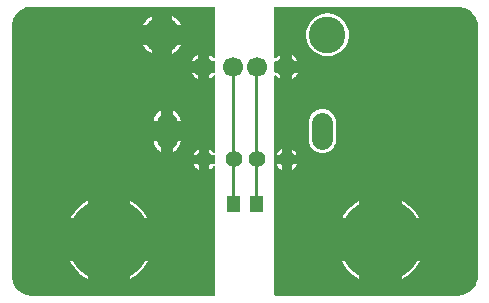
<source format=gbl>
G04 Layer: BottomLayer*
G04 EasyEDA v6.5.1, 2022-06-13 06:58:02*
G04 a67cddfb3fce44daa9051d46cbbcc19f,10*
G04 Gerber Generator version 0.2*
G04 Scale: 100 percent, Rotated: No, Reflected: No *
G04 Dimensions in millimeters *
G04 leading zeros omitted , absolute positions ,4 integer and 5 decimal *
%FSLAX45Y45*%
%MOMM*%

%ADD10C,0.2540*%
%ADD11C,0.6200*%
%ADD12C,1.4000*%
%ADD13C,3.1000*%
%ADD14C,1.7000*%
%ADD15C,7.0000*%
%ADD16C,1.8000*%

%LPD*%
G36*
X2260142Y25908D02*
G01*
X2256282Y26670D01*
X2252980Y28905D01*
X2250795Y32156D01*
X2249982Y36068D01*
X2249982Y1133195D01*
X2250998Y1137564D01*
X2253792Y1141069D01*
X2252980Y1141628D01*
X2250795Y1144930D01*
X2249982Y1148791D01*
X2249982Y1211173D01*
X2250795Y1215085D01*
X2252980Y1218387D01*
X2253742Y1218895D01*
X2250998Y1222451D01*
X2249982Y1226820D01*
X2249982Y1883359D01*
X2250744Y1887220D01*
X2252929Y1890522D01*
X2256231Y1892706D01*
X2260092Y1893519D01*
X2263952Y1892807D01*
X2267254Y1890674D01*
X2278075Y1880107D01*
X2289454Y1871624D01*
X2301087Y1865071D01*
X2301087Y1915718D01*
X2260142Y1915718D01*
X2256282Y1916480D01*
X2252980Y1918665D01*
X2250795Y1921967D01*
X2249982Y1925878D01*
X2249982Y2003247D01*
X2250795Y2007107D01*
X2252980Y2010410D01*
X2256282Y2012645D01*
X2260142Y2013407D01*
X2301087Y2013407D01*
X2301087Y2063851D01*
X2295550Y2061159D01*
X2283612Y2053437D01*
X2272792Y2044192D01*
X2267661Y2038553D01*
X2264410Y2036165D01*
X2260498Y2035251D01*
X2256485Y2035911D01*
X2253081Y2038096D01*
X2250795Y2041448D01*
X2249982Y2045411D01*
X2249982Y2463952D01*
X2250795Y2467813D01*
X2252980Y2471115D01*
X2256282Y2473299D01*
X2260142Y2474112D01*
X3799128Y2474112D01*
X3817569Y2473147D01*
X3834434Y2470607D01*
X3850995Y2466390D01*
X3867048Y2460599D01*
X3882491Y2453233D01*
X3897122Y2444445D01*
X3910787Y2434234D01*
X3923436Y2422702D01*
X3934866Y2410002D01*
X3944975Y2396286D01*
X3953713Y2381605D01*
X3960977Y2366162D01*
X3966667Y2350058D01*
X3970782Y2333447D01*
X3973271Y2316581D01*
X3974084Y2299157D01*
X3974084Y200863D01*
X3973169Y182422D01*
X3970578Y165557D01*
X3966413Y148996D01*
X3960622Y132943D01*
X3953256Y117500D01*
X3944416Y102870D01*
X3934206Y89204D01*
X3922725Y76606D01*
X3910025Y65125D01*
X3896258Y55016D01*
X3881577Y46278D01*
X3866134Y39014D01*
X3850030Y33324D01*
X3833469Y29209D01*
X3816553Y26771D01*
X3799840Y25908D01*
G37*

%LPC*%
G36*
X2649829Y1234338D02*
G01*
X2664358Y1234338D01*
X2678836Y1236167D01*
X2692908Y1239774D01*
X2706420Y1245158D01*
X2719171Y1252169D01*
X2730957Y1260703D01*
X2741574Y1270660D01*
X2750870Y1281887D01*
X2758643Y1294180D01*
X2764840Y1307338D01*
X2769362Y1321206D01*
X2772054Y1335481D01*
X2773019Y1350314D01*
X2773019Y1489659D01*
X2772054Y1504543D01*
X2769362Y1518818D01*
X2764840Y1532686D01*
X2758643Y1545844D01*
X2750870Y1558137D01*
X2741574Y1569313D01*
X2730957Y1579270D01*
X2719171Y1587855D01*
X2706420Y1594866D01*
X2692908Y1600200D01*
X2678836Y1603857D01*
X2664358Y1605686D01*
X2649829Y1605686D01*
X2635402Y1603857D01*
X2621280Y1600200D01*
X2607767Y1594866D01*
X2595016Y1587855D01*
X2583230Y1579270D01*
X2572613Y1569313D01*
X2563368Y1558137D01*
X2555544Y1545844D01*
X2549347Y1532686D01*
X2544876Y1518818D01*
X2542133Y1504543D01*
X2541168Y1489659D01*
X2541168Y1350314D01*
X2542133Y1335481D01*
X2544876Y1321206D01*
X2549347Y1307338D01*
X2555544Y1294180D01*
X2563368Y1281887D01*
X2572613Y1270660D01*
X2583230Y1260703D01*
X2595016Y1252169D01*
X2607767Y1245158D01*
X2621280Y1239774D01*
X2635402Y1236167D01*
G37*
G36*
X2396439Y1221333D02*
G01*
X2441397Y1221333D01*
X2437028Y1229817D01*
X2429459Y1240536D01*
X2420518Y1250086D01*
X2410409Y1258316D01*
X2399182Y1265123D01*
X2396439Y1266342D01*
G37*
G36*
X2313736Y1093673D02*
G01*
X2313736Y1138631D01*
X2268524Y1138631D01*
X2269185Y1137869D01*
X2273147Y1130198D01*
X2280716Y1119479D01*
X2289657Y1109929D01*
X2299817Y1101648D01*
X2310993Y1094841D01*
G37*
G36*
X2396439Y1093673D02*
G01*
X2399182Y1094841D01*
X2410409Y1101648D01*
X2420518Y1109929D01*
X2429459Y1119479D01*
X2437028Y1130198D01*
X2441397Y1138631D01*
X2396439Y1138631D01*
G37*
G36*
X2398776Y1865071D02*
G01*
X2410460Y1871624D01*
X2421839Y1880107D01*
X2432050Y1890014D01*
X2440889Y1901139D01*
X2448255Y1913280D01*
X2449322Y1915718D01*
X2398776Y1915718D01*
G37*
G36*
X2268524Y1221333D02*
G01*
X2313736Y1221333D01*
X2313736Y1266342D01*
X2310993Y1265123D01*
X2299817Y1258316D01*
X2289657Y1250086D01*
X2280716Y1240536D01*
X2273147Y1229817D01*
X2269185Y1222146D01*
G37*
G36*
X3331362Y681329D02*
G01*
X3479241Y681329D01*
X3464915Y705307D01*
X3449269Y727456D01*
X3432048Y748487D01*
X3413404Y768197D01*
X3393338Y786485D01*
X3372053Y803300D01*
X3349599Y818540D01*
X3331362Y829056D01*
G37*
G36*
X2398776Y2013407D02*
G01*
X2449271Y2013407D01*
X2444750Y2022043D01*
X2436622Y2033676D01*
X2427071Y2044192D01*
X2416251Y2053437D01*
X2404364Y2061159D01*
X2398776Y2063851D01*
G37*
G36*
X2699918Y2054656D02*
G01*
X2718562Y2055622D01*
X2736951Y2058466D01*
X2754934Y2063242D01*
X2772359Y2069795D01*
X2789021Y2078126D01*
X2804769Y2088134D01*
X2819349Y2099665D01*
X2832709Y2112670D01*
X2844647Y2126996D01*
X2855010Y2142439D01*
X2863799Y2158847D01*
X2870809Y2176119D01*
X2875991Y2194001D01*
X2879344Y2212340D01*
X2880766Y2230882D01*
X2880309Y2249525D01*
X2877921Y2267966D01*
X2873603Y2286101D01*
X2867507Y2303678D01*
X2859633Y2320544D01*
X2850032Y2336546D01*
X2838856Y2351430D01*
X2826207Y2365095D01*
X2812186Y2377389D01*
X2797048Y2388209D01*
X2780842Y2397353D01*
X2763774Y2404821D01*
X2745994Y2410460D01*
X2727756Y2414270D01*
X2709265Y2416200D01*
X2690622Y2416200D01*
X2672080Y2414270D01*
X2653893Y2410460D01*
X2636113Y2404821D01*
X2619044Y2397353D01*
X2602839Y2388209D01*
X2587701Y2377389D01*
X2573680Y2365095D01*
X2561031Y2351430D01*
X2549855Y2336546D01*
X2540254Y2320544D01*
X2532380Y2303678D01*
X2526233Y2286101D01*
X2521966Y2267966D01*
X2519578Y2249525D01*
X2519121Y2230882D01*
X2520543Y2212340D01*
X2523896Y2194001D01*
X2529078Y2176119D01*
X2536088Y2158847D01*
X2544876Y2142439D01*
X2555240Y2126996D01*
X2567178Y2112670D01*
X2580538Y2099665D01*
X2595118Y2088134D01*
X2610866Y2078126D01*
X2627477Y2069795D01*
X2644952Y2063242D01*
X2662936Y2058466D01*
X2681325Y2055622D01*
G37*
G36*
X2821025Y681329D02*
G01*
X2968650Y681329D01*
X2968650Y829005D01*
X2962046Y825550D01*
X2939034Y811123D01*
X2917139Y795070D01*
X2896463Y777494D01*
X2877108Y758494D01*
X2859176Y738124D01*
X2842717Y716534D01*
X2827934Y693775D01*
G37*
G36*
X3331362Y170942D02*
G01*
X3349599Y181457D01*
X3372053Y196697D01*
X3393338Y213512D01*
X3413404Y231800D01*
X3432048Y251510D01*
X3449269Y272491D01*
X3464915Y294690D01*
X3479241Y318617D01*
X3331362Y318617D01*
G37*
G36*
X2968650Y170942D02*
G01*
X2968650Y318617D01*
X2821025Y318617D01*
X2827934Y306171D01*
X2842717Y283464D01*
X2859176Y261823D01*
X2877108Y241503D01*
X2896463Y222453D01*
X2917139Y204876D01*
X2939034Y188874D01*
X2962046Y174447D01*
G37*

%LPD*%
G36*
X200863Y25908D02*
G01*
X182422Y26873D01*
X165557Y29413D01*
X148996Y33578D01*
X132943Y39420D01*
X117500Y46736D01*
X102870Y55575D01*
X89204Y65786D01*
X76606Y77266D01*
X65125Y89966D01*
X55016Y103733D01*
X46278Y118414D01*
X39014Y133858D01*
X33324Y149961D01*
X29209Y166522D01*
X26771Y183438D01*
X25908Y200863D01*
X25908Y2299157D01*
X26873Y2317546D01*
X29413Y2334463D01*
X33578Y2350973D01*
X39420Y2367076D01*
X46736Y2382469D01*
X55575Y2397099D01*
X65786Y2410815D01*
X77266Y2423414D01*
X89966Y2434844D01*
X103733Y2445004D01*
X118414Y2453741D01*
X133858Y2461006D01*
X149961Y2466695D01*
X166522Y2470810D01*
X183438Y2473248D01*
X200863Y2474112D01*
X1739849Y2474112D01*
X1743710Y2473299D01*
X1747012Y2471115D01*
X1749247Y2467813D01*
X1750009Y2463952D01*
X1750009Y2045309D01*
X1749196Y2041347D01*
X1746910Y2037994D01*
X1743506Y2035810D01*
X1739493Y2035149D01*
X1735582Y2036064D01*
X1732330Y2038451D01*
X1727098Y2044192D01*
X1716278Y2053437D01*
X1704339Y2061159D01*
X1698802Y2063851D01*
X1698802Y2013407D01*
X1739849Y2013407D01*
X1743710Y2012645D01*
X1747012Y2010410D01*
X1749247Y2007107D01*
X1750009Y2003247D01*
X1750009Y1925878D01*
X1749247Y1921967D01*
X1747012Y1918665D01*
X1743710Y1916480D01*
X1739849Y1915718D01*
X1698802Y1915718D01*
X1698802Y1865071D01*
X1710436Y1871624D01*
X1721815Y1880107D01*
X1732737Y1890775D01*
X1736039Y1892909D01*
X1739900Y1893671D01*
X1743811Y1892858D01*
X1747062Y1890623D01*
X1749247Y1887372D01*
X1750009Y1883511D01*
X1750009Y1243787D01*
X1749094Y1239621D01*
X1746605Y1236167D01*
X1742897Y1234084D01*
X1738680Y1233678D01*
X1734667Y1235049D01*
X1731518Y1237894D01*
X1729689Y1240536D01*
X1720748Y1250086D01*
X1710639Y1258316D01*
X1699412Y1265123D01*
X1696669Y1266342D01*
X1696669Y1221333D01*
X1739849Y1221333D01*
X1743710Y1220571D01*
X1747012Y1218387D01*
X1749247Y1215085D01*
X1750009Y1211173D01*
X1750009Y1148791D01*
X1749247Y1144930D01*
X1747012Y1141628D01*
X1743710Y1139444D01*
X1739849Y1138631D01*
X1696669Y1138631D01*
X1696669Y1093673D01*
X1699412Y1094841D01*
X1710639Y1101648D01*
X1720748Y1109929D01*
X1729689Y1119479D01*
X1731518Y1122070D01*
X1734667Y1124966D01*
X1738680Y1126337D01*
X1742897Y1125931D01*
X1746605Y1123797D01*
X1749094Y1120394D01*
X1750009Y1116228D01*
X1750009Y36068D01*
X1749247Y32156D01*
X1747012Y28905D01*
X1743710Y26670D01*
X1739849Y25908D01*
G37*

%LPC*%
G36*
X1383792Y2319375D02*
G01*
X1460195Y2319375D01*
X1450035Y2336546D01*
X1438859Y2351430D01*
X1426210Y2365095D01*
X1412240Y2377389D01*
X1397050Y2388209D01*
X1383792Y2395677D01*
G37*
G36*
X668680Y170942D02*
G01*
X668680Y318617D01*
X521004Y318617D01*
X527913Y306171D01*
X542747Y283464D01*
X559155Y261823D01*
X577088Y241503D01*
X596442Y222453D01*
X617169Y204876D01*
X639064Y188874D01*
X662076Y174447D01*
G37*
G36*
X1031341Y170942D02*
G01*
X1049578Y181457D01*
X1072032Y196697D01*
X1093368Y213512D01*
X1113383Y231800D01*
X1132078Y251510D01*
X1149248Y272491D01*
X1164894Y294690D01*
X1179220Y318617D01*
X1031341Y318617D01*
G37*
G36*
X1139748Y2319375D02*
G01*
X1216101Y2319375D01*
X1216101Y2395677D01*
X1202893Y2388209D01*
X1187704Y2377389D01*
X1173683Y2365095D01*
X1161034Y2351430D01*
X1149858Y2336546D01*
G37*
G36*
X1216101Y2075484D02*
G01*
X1216101Y2151684D01*
X1139952Y2151684D01*
X1144879Y2142439D01*
X1155293Y2126996D01*
X1167180Y2112670D01*
X1180541Y2099665D01*
X1195120Y2088134D01*
X1210868Y2078126D01*
G37*
G36*
X521004Y681329D02*
G01*
X668680Y681329D01*
X668680Y829005D01*
X662076Y825550D01*
X639064Y811123D01*
X617169Y795070D01*
X596442Y777494D01*
X577088Y758494D01*
X559155Y738124D01*
X542747Y716534D01*
X527913Y693775D01*
G37*
G36*
X1031341Y681329D02*
G01*
X1179220Y681329D01*
X1164894Y705307D01*
X1149248Y727456D01*
X1132078Y748487D01*
X1113383Y768197D01*
X1093368Y786485D01*
X1072032Y803300D01*
X1049578Y818540D01*
X1031341Y829056D01*
G37*
G36*
X1383792Y2075484D02*
G01*
X1389075Y2078126D01*
X1404772Y2088134D01*
X1419352Y2099665D01*
X1432712Y2112670D01*
X1444650Y2126996D01*
X1455064Y2142439D01*
X1459992Y2151684D01*
X1383792Y2151684D01*
G37*
G36*
X1550619Y2013407D02*
G01*
X1601114Y2013407D01*
X1601114Y2063851D01*
X1595526Y2061159D01*
X1583639Y2053437D01*
X1572818Y2044192D01*
X1563268Y2033676D01*
X1555140Y2022043D01*
G37*
G36*
X1613966Y1093673D02*
G01*
X1613966Y1138631D01*
X1569008Y1138631D01*
X1573377Y1130198D01*
X1580946Y1119479D01*
X1589887Y1109929D01*
X1600047Y1101648D01*
X1611223Y1094841D01*
G37*
G36*
X1601114Y1865071D02*
G01*
X1601114Y1915718D01*
X1550568Y1915718D01*
X1551635Y1913280D01*
X1559001Y1901139D01*
X1567840Y1890014D01*
X1578051Y1880107D01*
X1589481Y1871624D01*
G37*
G36*
X1394256Y1506372D02*
G01*
X1457553Y1506372D01*
X1455166Y1518818D01*
X1450644Y1532686D01*
X1444447Y1545844D01*
X1436674Y1558137D01*
X1427378Y1569313D01*
X1416761Y1579270D01*
X1404975Y1587855D01*
X1394256Y1593748D01*
G37*
G36*
X1228293Y1506372D02*
G01*
X1291539Y1506372D01*
X1291539Y1593748D01*
X1280820Y1587855D01*
X1269034Y1579270D01*
X1258417Y1569313D01*
X1249172Y1558137D01*
X1241348Y1545844D01*
X1235151Y1532686D01*
X1230680Y1518818D01*
G37*
G36*
X1569008Y1221333D02*
G01*
X1613966Y1221333D01*
X1613966Y1266342D01*
X1611223Y1265123D01*
X1600047Y1258316D01*
X1589887Y1250086D01*
X1580946Y1240536D01*
X1573377Y1229817D01*
G37*
G36*
X1291539Y1246225D02*
G01*
X1291539Y1333652D01*
X1228293Y1333652D01*
X1230680Y1321206D01*
X1235151Y1307338D01*
X1241348Y1294180D01*
X1249172Y1281887D01*
X1258417Y1270660D01*
X1269034Y1260703D01*
X1280820Y1252169D01*
G37*
G36*
X1394256Y1246225D02*
G01*
X1404975Y1252169D01*
X1416761Y1260703D01*
X1427378Y1270660D01*
X1436674Y1281887D01*
X1444447Y1294180D01*
X1450644Y1307338D01*
X1455166Y1321206D01*
X1457553Y1333652D01*
X1394256Y1333652D01*
G37*

%LPD*%
D10*
X1903379Y800000D02*
G01*
X1903379Y1961113D01*
X1899955Y1964537D01*
X2096622Y800000D02*
G01*
X2096622Y1961205D01*
X2099955Y1964537D01*
G36*
X1960001Y731151D02*
G01*
X1960001Y868850D01*
X1846747Y868850D01*
X1846747Y731151D01*
G37*
G36*
X2040000Y731151D02*
G01*
X2040000Y868850D01*
X2153254Y868850D01*
X2153254Y731151D01*
G37*
D12*
G01*
X2355093Y1180000D03*
G01*
X1655323Y1180000D03*
G01*
X2105157Y1180000D03*
G01*
X1905259Y1180000D03*
D13*
G01*
X1299956Y2235555D03*
G01*
X2699953Y2235555D03*
D14*
G01*
X2349967Y1964537D03*
G01*
X2099955Y1964537D03*
G01*
X1899955Y1964537D03*
G01*
X1649968Y1964537D03*
D15*
G01*
X850000Y499998D03*
G01*
X3149998Y499998D03*
D11*
G01*
X2331801Y2392293D03*
G01*
X2331801Y1392293D03*
G01*
X2331801Y892294D03*
G01*
X2331801Y392295D03*
G01*
X2831802Y1892294D03*
G01*
X2831802Y1392293D03*
G01*
X2831802Y892294D03*
G01*
X3331801Y2392293D03*
G01*
X3331801Y1892294D03*
G01*
X3331801Y1392293D03*
G01*
X3331801Y892294D03*
G01*
X3831800Y2392293D03*
G01*
X3831800Y1892294D03*
G01*
X3831800Y1392293D03*
G01*
X3831800Y892294D03*
G01*
X3831800Y392295D03*
G01*
X107701Y1892294D03*
G01*
X107708Y1392293D03*
G01*
X107708Y892294D03*
G01*
X107708Y392295D03*
G01*
X199999Y2392293D03*
G01*
X607707Y1392293D03*
G01*
X607707Y892294D03*
G01*
X1107709Y2392293D03*
G01*
X1107709Y1892294D03*
G01*
X1107709Y1392293D03*
G01*
X1107709Y892294D03*
G01*
X1607708Y2392293D03*
G01*
X1607708Y1392293D03*
G01*
X1607708Y892294D03*
G01*
X1607708Y392295D03*
D16*
X2657099Y1350004D02*
G01*
X2657099Y1490004D01*
X1342903Y1350004D02*
G01*
X1342903Y1490004D01*
M02*

</source>
